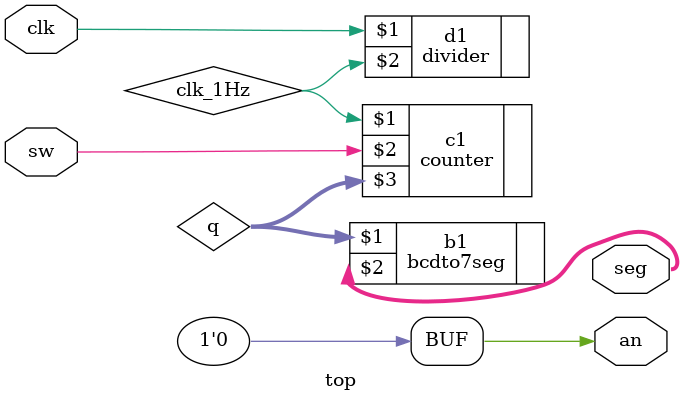
<source format=v>
`timescale 1ns / 1ps


module top(
    input clk,
    input [0:0] sw,
    output [6:0] seg,
    output [0:0] an
    );
    wire clk_1Hz;
    wire [3:0] q;
    divider d1(clk,clk_1Hz);
    counter c1(clk_1Hz,sw[0],q);
    bcdto7seg b1(q,seg);
    assign an[0] = 1'b0;
endmodule

</source>
